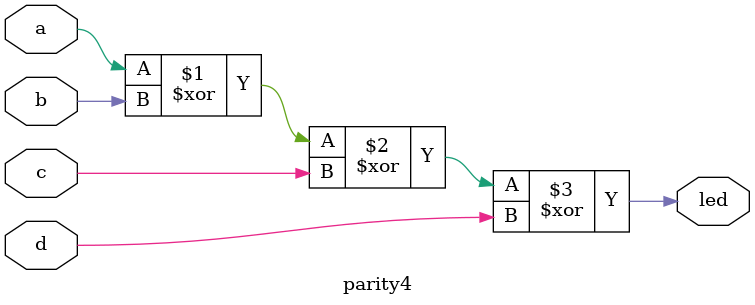
<source format=v>

module parity4
(
input wire a,b,c,d,           //¶¨Òå4¸öÊäÈë
output wire led    	  		//¶¨ÒåÆæÅ¼Ð£ÑéÊä³ö½á¹û¶ÔÓ¦µÄled
);
          
assign led = a^b^c^d;		//¸ù¾ÝÂß¼­±í´ïÊ½¸³Öµ

endmodule
</source>
